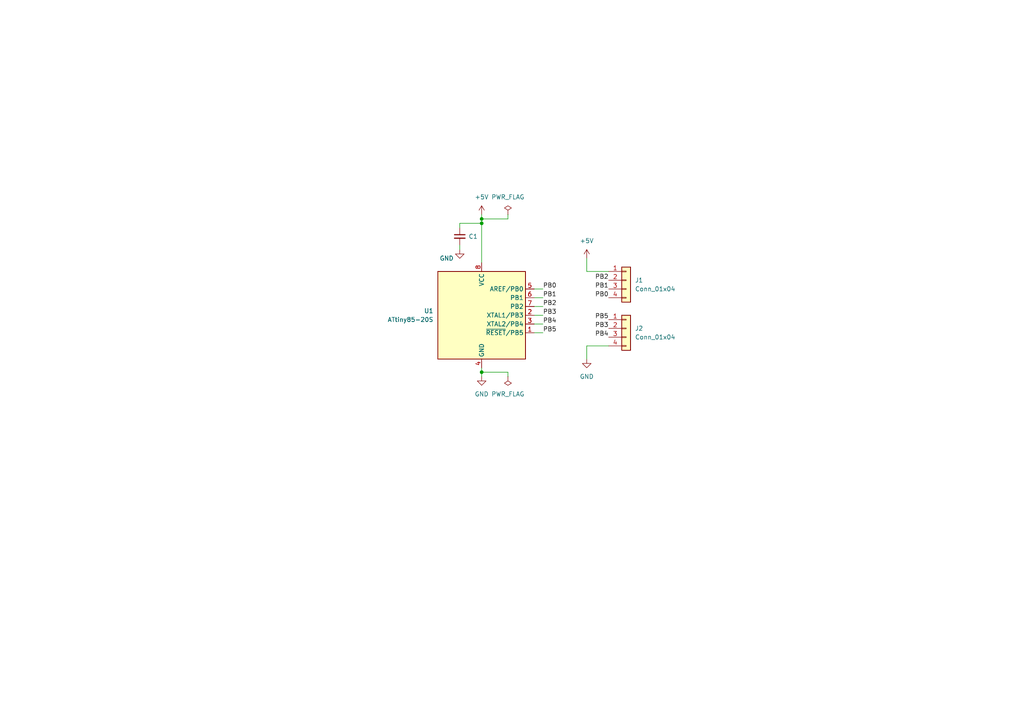
<source format=kicad_sch>
(kicad_sch (version 20211123) (generator eeschema)
  (paper "A4")
  (title_block (title "ATtiny85 Breakout Board") (rev "1.0") (comment 1 "Author: Iain Chalmers"))
  (lib_symbols
    (symbol "Connector_Generic:Conn_01x04" (pin_names (offset 1.016) hide)
      (property "Reference" "J" (at 0 5.08 0))
      (property "Value" "Conn_01x04" (at 0 -7.62 0))
      (symbol "Conn_01x04_1_1"
        (rectangle (start -1.27 -4.953) (end 0 -5.207) (stroke (width 0.1524)))
        (rectangle (start -1.27 -2.413) (end 0 -2.667) (stroke (width 0.1524)))
        (rectangle (start -1.27 0.127) (end 0 -0.127) (stroke (width 0.1524)))
        (rectangle (start -1.27 2.667) (end 0 2.413) (stroke (width 0.1524)))
        (rectangle (start -1.27 3.81) (end 1.27 -6.35) (stroke (width 0.254)) (fill (type background)))
        (pin passive line (at -5.08 2.54 0) (length 3.81) (name "Pin_1") (number "1"))
        (pin passive line (at -5.08 0 0) (length 3.81) (name "Pin_2") (number "2"))
        (pin passive line (at -5.08 -2.54 0) (length 3.81) (name "Pin_3") (number "3"))
        (pin passive line (at -5.08 -5.08 0) (length 3.81) (name "Pin_4") (number "4"))
      )
    )
    (symbol "Device:C_Small" (pin_numbers hide) (pin_names (offset 0.254) hide)
      (property "Reference" "C" (at 0.254 1.778 0))
      (property "Value" "C_Small" (at 0.254 -2.032 0))
      (symbol "C_Small_0_1"
        (polyline (pts (xy -1.524 -0.508) (xy 1.524 -0.508)) (stroke (width 0.3302)))
        (polyline (pts (xy -1.524 0.508) (xy 1.524 0.508)) (stroke (width 0.3048)))
      )
      (symbol "C_Small_1_1"
        (pin passive line (at 0 2.54 270) (length 2.032) (name "~") (number "1"))
        (pin passive line (at 0 -2.54 90) (length 2.032) (name "~") (number "2"))
      )
    )
    (symbol "MCU_Microchip_ATtiny:ATtiny85-20S"
      (property "Reference" "U" (at -12.7 13.97 0))
      (property "Value" "ATtiny85-20S" (at 2.54 -13.97 0))
      (symbol "ATtiny85-20S_0_1"
        (rectangle (start -12.7 -12.7) (end 12.7 12.7) (stroke (width 0.254)) (fill (type background)))
      )
      (symbol "ATtiny85-20S_1_1"
        (pin bidirectional line (at 15.24 -5.08 180) (length 2.54) (name "~{RESET}/PB5") (number "1"))
        (pin bidirectional line (at 15.24 0 180) (length 2.54) (name "XTAL1/PB3") (number "2"))
        (pin bidirectional line (at 15.24 -2.54 180) (length 2.54) (name "XTAL2/PB4") (number "3"))
        (pin power_in line (at 0 -15.24 90) (length 2.54) (name "GND") (number "4"))
        (pin bidirectional line (at 15.24 7.62 180) (length 2.54) (name "AREF/PB0") (number "5"))
        (pin bidirectional line (at 15.24 5.08 180) (length 2.54) (name "PB1") (number "6"))
        (pin bidirectional line (at 15.24 2.54 180) (length 2.54) (name "PB2") (number "7"))
        (pin power_in line (at 0 15.24 270) (length 2.54) (name "VCC") (number "8"))
      )
    )
    (symbol "power:+5V" (power) (pin_names (offset 0))
      (property "Value" "+5V" (at 0 3.556 0))
      (symbol "+5V_0_1"
        (polyline (pts (xy -0.762 1.27) (xy 0 2.54)))
        (polyline (pts (xy 0 0) (xy 0 2.54)))
        (polyline (pts (xy 0 2.54) (xy 0.762 1.27)))
      )
      (symbol "+5V_1_1"
        (pin power_in line (at 0 0 90) (length 0) hide (name "+5V") (number "1"))
      )
    )
    (symbol "power:GND" (power) (pin_names (offset 0))
      (property "Value" "GND" (at 0 -3.81 0))
      (symbol "GND_0_1"
        (polyline (pts (xy 0 0) (xy 0 -1.27) (xy 1.27 -1.27) (xy 0 -2.54) (xy -1.27 -1.27) (xy 0 -1.27)))
      )
      (symbol "GND_1_1"
        (pin power_in line (at 0 0 270) (length 0) hide (name "GND") (number "1"))
      )
    )
    (symbol "power:PWR_FLAG" (power) (pin_numbers hide) (pin_names (offset 0) hide)
      (property "Value" "PWR_FLAG" (at 0 3.81 0))
      (symbol "PWR_FLAG_0_0"
        (pin power_out line (at 0 0 90) (length 0) (name "pwr") (number "1"))
      )
      (symbol "PWR_FLAG_0_1"
        (polyline (pts (xy 0 0) (xy 0 1.27) (xy -1.016 1.905) (xy 0 2.54) (xy 1.016 1.905) (xy 0 1.27)))
      )
    )
  )
  (junction (at 139.7 63.5))
  (junction (at 139.7 64.77))
  (junction (at 139.7 107.95))
  (wire (pts (xy 154.94 96.52) (xy 157.48 96.52)))
  (wire (pts (xy 139.7 106.68) (xy 139.7 107.95)))
  (wire (pts (xy 147.32 109.22) (xy 147.32 107.95)))
  (wire (pts (xy 170.18 74.93) (xy 170.18 78.74)))
  (wire (pts (xy 147.32 63.5) (xy 147.32 62.23)))
  (wire (pts (xy 133.35 66.04) (xy 133.35 64.77)))
  (wire (pts (xy 139.7 64.77) (xy 139.7 76.2)))
  (wire (pts (xy 170.18 78.74) (xy 176.53 78.74)))
  (wire (pts (xy 133.35 64.77) (xy 139.7 64.77)))
  (wire (pts (xy 139.7 63.5) (xy 139.7 64.77)))
  (wire (pts (xy 133.35 71.12) (xy 133.35 72.39)))
  (wire (pts (xy 170.18 100.33) (xy 176.53 100.33)))
  (wire (pts (xy 147.32 107.95) (xy 139.7 107.95)))
  (wire (pts (xy 154.94 83.82) (xy 157.48 83.82)))
  (wire (pts (xy 154.94 88.9) (xy 157.48 88.9)))
  (wire (pts (xy 139.7 107.95) (xy 139.7 109.22)))
  (wire (pts (xy 139.7 62.23) (xy 139.7 63.5)))
  (wire (pts (xy 170.18 100.33) (xy 170.18 104.14)))
  (wire (pts (xy 154.94 93.98) (xy 157.48 93.98)))
  (wire (pts (xy 139.7 63.5) (xy 147.32 63.5)))
  (wire (pts (xy 154.94 86.36) (xy 157.48 86.36)))
  (wire (pts (xy 154.94 91.44) (xy 157.48 91.44)))
  (label "PB4" (at 176.53 97.79 180))
  (label "PB5" (at 157.48 96.52 0))
  (label "PB4" (at 157.48 93.98 0))
  (label "PB0" (at 157.48 83.82 0))
  (label "PB2" (at 176.53 81.28 180))
  (label "PB5" (at 176.53 92.71 180))
  (label "PB1" (at 157.48 86.36 0))
  (label "PB3" (at 176.53 95.25 180))
  (label "PB1" (at 176.53 83.82 180))
  (label "PB3" (at 157.48 91.44 0))
  (label "PB0" (at 176.53 86.36 180))
  (label "PB2" (at 157.48 88.9 0))
  (symbol (lib_id "MCU_Microchip_ATtiny:ATtiny85-20S") (at 139.7 91.44 0) (unit 1)
    (property "Reference" "U1" (at 125.73 90.1699 0) (effects (justify right)))
    (property "Value" "ATtiny85-20S" (at 125.73 92.7099 0) (effects (justify right)))
    (property "Footprint" "Package_SO:SOIC-8W_5.3x5.3mm_P1.27mm" (effects hide))
    (property "Datasheet" "http://ww1.microchip.com/downloads/en/DeviceDoc/atmel-2586-avr-8-bit-microcontroller-attiny25-attiny45-attiny85_datasheet.pdf" (effects hide))
  )
  (symbol (lib_id "power:GND") (at 133.35 72.39 0) (unit 1)
    (property "Reference" "#PWR01" (effects hide))
    (property "Value" "GND" (at 129.54 74.93 0))
  )
  (symbol (lib_id "power:GND") (at 139.7 109.22 0) (unit 1)
    (property "Reference" "#PWR03" (effects hide))
    (property "Value" "GND" (at 139.7 114.3 0))
  )
  (symbol (lib_id "power:+5V") (at 170.18 74.93 0) (unit 1)
    (property "Reference" "#PWR04" (effects hide))
    (property "Value" "+5V" (at 170.18 69.85 0))
  )
  (symbol (lib_id "power:PWR_FLAG") (at 147.32 62.23 0) (unit 1)
    (property "Reference" "#FLG01" (effects hide))
    (property "Value" "PWR_FLAG" (at 147.32 57.15 0))
  )
  (symbol (lib_id "Connector_Generic:Conn_01x04") (at 181.61 95.25 0) (unit 1)
    (property "Reference" "J2" (at 184.15 95.2499 0) (effects (justify left)))
    (property "Value" "Conn_01x04" (at 184.15 97.7899 0) (effects (justify left)))
    (property "Footprint" "Connector_PinHeader_2.54mm:PinHeader_1x04_P2.54mm_Vertical" (effects hide))
  )
  (symbol (lib_id "Connector_Generic:Conn_01x04") (at 181.61 81.28 0) (unit 1)
    (property "Reference" "J1" (at 184.15 81.2799 0) (effects (justify left)))
    (property "Value" "Conn_01x04" (at 184.15 83.8199 0) (effects (justify left)))
    (property "Footprint" "Connector_PinHeader_2.54mm:PinHeader_1x04_P2.54mm_Vertical" (effects hide))
  )
  (symbol (lib_id "Device:C_Small") (at 133.35 68.58 0) (unit 1)
    (property "Reference" "C1" (at 135.89 68.5862 0) (effects (justify left)))
    (property "Value" "C_Small" (effects hide))
    (property "Footprint" "Capacitor_SMD:C_1206_3216Metric_Pad1.33x1.80mm_HandSolder" (effects hide))
  )
  (symbol (lib_id "power:PWR_FLAG") (at 147.32 109.22 180) (unit 1)
    (property "Reference" "#FLG02" (effects hide))
    (property "Value" "PWR_FLAG" (at 147.32 114.3 0))
  )
  (symbol (lib_id "power:+5V") (at 139.7 62.23 0) (unit 1)
    (property "Reference" "#PWR02" (effects hide))
    (property "Value" "+5V" (at 139.7 57.15 0))
  )
  (symbol (lib_id "power:GND") (at 170.18 104.14 0) (unit 1)
    (property "Reference" "#PWR05" (effects hide))
    (property "Value" "GND" (at 170.18 109.22 0))
  )
)
</source>
